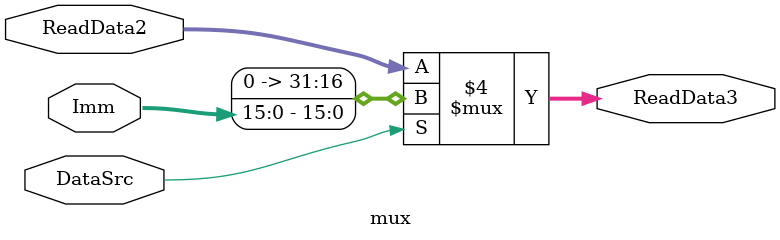
<source format=v>
`timescale 1ns / 1ps
module mux( 
    
   input DataSrc,
	input [31:0]ReadData2,
	input [15:0]Imm,
	output reg [31:0]ReadData3
	);
	
	//wire DataSrc;
	always @(DataSrc or ReadData2 or Imm)
	begin
	  if (DataSrc == 0)
		 ReadData3 = ReadData2;
	  else
		 ReadData3 = Imm;
	end


endmodule

</source>
